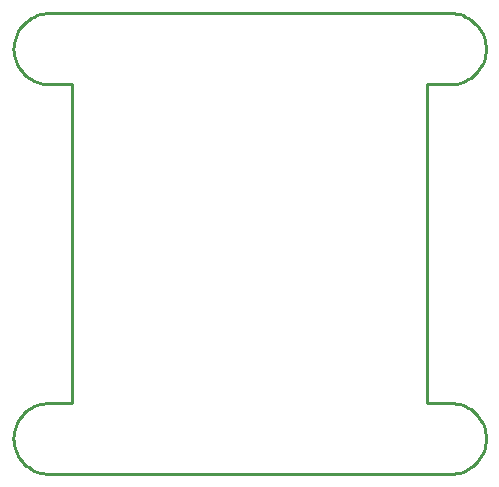
<source format=gbr>
G04 EAGLE Gerber RS-274X export*
G75*
%MOMM*%
%FSLAX34Y34*%
%LPD*%
%IN*%
%IPPOS*%
%AMOC8*
5,1,8,0,0,1.08239X$1,22.5*%
G01*
%ADD10C,0.254000*%


D10*
X-320Y30000D02*
X-206Y27385D01*
X136Y24791D01*
X702Y22235D01*
X1489Y19739D01*
X2491Y17321D01*
X3699Y15000D01*
X5105Y12793D01*
X6699Y10716D01*
X8467Y8787D01*
X10396Y7019D01*
X12473Y5425D01*
X14680Y4019D01*
X17001Y2811D01*
X19419Y1809D01*
X21915Y1022D01*
X24471Y456D01*
X27065Y114D01*
X29680Y0D01*
X369680Y0D01*
X372295Y114D01*
X374889Y456D01*
X377445Y1022D01*
X379941Y1809D01*
X382359Y2811D01*
X384680Y4019D01*
X386887Y5425D01*
X388964Y7019D01*
X390893Y8787D01*
X392661Y10716D01*
X394255Y12793D01*
X395661Y15000D01*
X396869Y17321D01*
X397871Y19739D01*
X398658Y22235D01*
X399224Y24791D01*
X399566Y27385D01*
X399680Y30000D01*
X399566Y32615D01*
X399224Y35209D01*
X398658Y37765D01*
X397871Y40261D01*
X396869Y42679D01*
X395661Y45000D01*
X394255Y47207D01*
X392661Y49284D01*
X390893Y51213D01*
X388964Y52981D01*
X386887Y54575D01*
X384680Y55981D01*
X382359Y57189D01*
X379941Y58191D01*
X377445Y58978D01*
X374889Y59544D01*
X372295Y59886D01*
X369680Y60000D01*
X349680Y60000D01*
X349680Y330000D01*
X369680Y330000D01*
X372295Y330114D01*
X374889Y330456D01*
X377445Y331022D01*
X379941Y331809D01*
X382359Y332811D01*
X384680Y334019D01*
X386887Y335425D01*
X388964Y337019D01*
X390893Y338787D01*
X392661Y340716D01*
X394255Y342793D01*
X395661Y345000D01*
X396869Y347321D01*
X397871Y349739D01*
X398658Y352235D01*
X399224Y354791D01*
X399566Y357385D01*
X399680Y360000D01*
X399566Y362615D01*
X399224Y365209D01*
X398658Y367765D01*
X397871Y370261D01*
X396869Y372679D01*
X395661Y375000D01*
X394255Y377207D01*
X392661Y379284D01*
X390893Y381213D01*
X388964Y382981D01*
X386887Y384575D01*
X384680Y385981D01*
X382359Y387189D01*
X379941Y388191D01*
X377445Y388978D01*
X374889Y389544D01*
X372295Y389886D01*
X369680Y390000D01*
X29680Y390000D01*
X27065Y389886D01*
X24471Y389544D01*
X21915Y388978D01*
X19419Y388191D01*
X17001Y387189D01*
X14680Y385981D01*
X12473Y384575D01*
X10396Y382981D01*
X8467Y381213D01*
X6699Y379284D01*
X5105Y377207D01*
X3699Y375000D01*
X2491Y372679D01*
X1489Y370261D01*
X702Y367765D01*
X136Y365209D01*
X-206Y362615D01*
X-320Y360000D01*
X-206Y357385D01*
X136Y354791D01*
X702Y352235D01*
X1489Y349739D01*
X2491Y347321D01*
X3699Y345000D01*
X5105Y342793D01*
X6699Y340716D01*
X8467Y338787D01*
X10396Y337019D01*
X12473Y335425D01*
X14680Y334019D01*
X17001Y332811D01*
X19419Y331809D01*
X21915Y331022D01*
X24471Y330456D01*
X27065Y330114D01*
X29680Y330000D01*
X49680Y330000D01*
X49680Y60000D01*
X29680Y60000D01*
X27065Y59886D01*
X24471Y59544D01*
X21915Y58978D01*
X19419Y58191D01*
X17001Y57189D01*
X14680Y55981D01*
X12473Y54575D01*
X10396Y52981D01*
X8467Y51213D01*
X6699Y49284D01*
X5105Y47207D01*
X3699Y45000D01*
X2491Y42679D01*
X1489Y40261D01*
X702Y37765D01*
X136Y35209D01*
X-206Y32615D01*
X-320Y30000D01*
M02*

</source>
